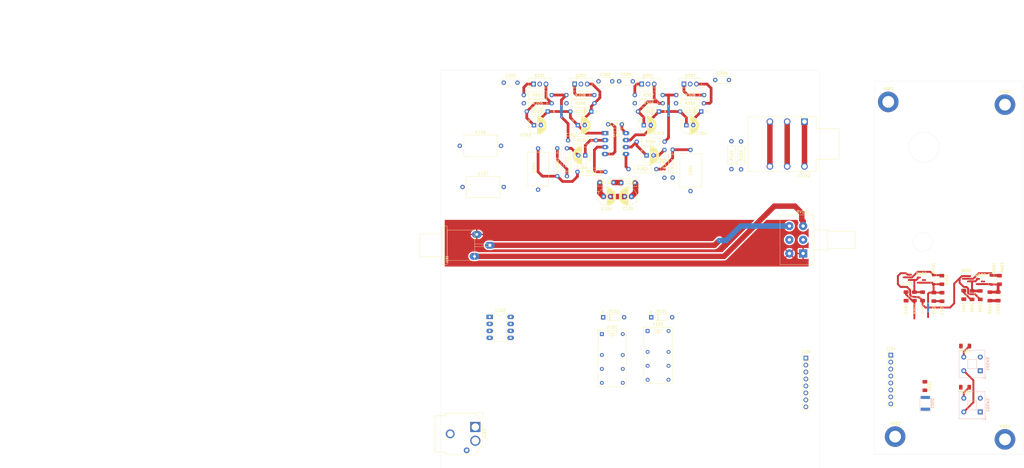
<source format=kicad_pcb>
(kicad_pcb (version 20240108) (generator "pcbnew") (generator_version "8.0")
  (title_block (title "Headphone amplifier") (date "2024-12-25"))
  (layers (0 "F.Cu" signal) (31 "B.Cu" signal) (34 "B.Paste" user) (35 "F.Paste" user) (36 "B.SilkS" user "B.Silkscreen") (37 "F.SilkS" user "F.Silkscreen") (38 "B.Mask" user) (39 "F.Mask" user) (44 "Edge.Cuts" user))
  (net 0 "")
  (net 1 "+15V")
  (net 2 "-15V")
  (net 3 "GND")
  (net 4 "Net-(C106-Pad2)")
  (net 5 "Net-(C201-Pad2)")
  (net 6 "Net-(C202-Pad2)")
  (net 7 "Net-(U101A--)")
  (net 8 "Net-(D201-K)")
  (net 9 "Net-(D201-A)")
  (net 10 "Net-(D202-K)")
  (net 11 "Net-(C107-Pad2)")
  (net 12 "Net-(C301-Pad2)")
  (net 13 "Net-(U101B--)")
  (net 14 "Net-(C302-Pad2)")
  (net 15 "Net-(D301-K)")
  (net 16 "Net-(D301-A)")
  (net 17 "Net-(D302-K)")
  (net 18 "Net-(J101-IN1)")
  (net 19 "Net-(J101-IN2)")
  (net 20 "Net-(Q201-E)")
  (net 21 "Net-(Q202-E)")
  (net 22 "Net-(Q301-E)")
  (net 23 "Net-(Q302-E)")
  (net 24 "Net-(J102-PadT)")
  (net 25 "/Left channel/Out")
  (net 26 "Net-(J102-PadR)")
  (net 27 "/Right channel/Out")
  (net 28 "Net-(U101A-+)")
  (net 29 "Net-(U101B-+)")
  (net 30 "/Left channel")
  (net 31 "/Right channel")
  (net 32 "Net-(D501-A)")
  (net 33 "/Front panel circuit board/Ground")
  (net 35 "Net-(D102-K)")
  (net 37 "/Front panel circuit board/Toggle circuit for muting/SW-bot")
  (net 38 "/Front panel circuit board/+15V")
  (net 39 "/Front panel circuit board/Toggle circuit for muting/SW-top")
  (net 40 "Net-(SW502-A)")
  (net 41 "/Front panel circuit board/Toggle circuit for power/SW-bot")
  (net 42 "Net-(SW501-A)")
  (net 43 "/Front panel circuit board/Mute_cmd")
  (net 44 "/Front panel circuit board/Power_on_cmd")
  (net 45 "/Front panel circuit board/-15V")
  (net 46 "/Front panel circuit board/PE")
  (net 47 "/Front panel circuit board/Toggle circuit for power/SW-top")
  (net 48 "Net-(D101-K)")
  (net 54 "Earth_Protective")
  (net 59 "Net-(Q401-G)")
  (net 60 "Net-(Q601-G)")
  (footprint "Diode_THT:D_DO-35_SOD27_P7.62mm_Horizontal" (layer "F.Cu") (at 134 32.5 180)
    (property "Reference" "D301")
    (property "Value" "1N4148")
  )
  (footprint "Relay_THT:Relay_DPDT_Omron_G5V-2" (layer "F.Cu") (at 113.214 113.63)
    (property "Reference" "K101")
    (property "Value" "G5V-2")
  )
  (footprint "Capacitor_SMD:C_1206_3216Metric_Pad1.33x1.80mm_HandSolder" (layer "F.Cu") (at 257.5 99.8875 -90)
    (property "Reference" "C602")
    (property "Value" "470n")
  )
  (footprint "Resistor_THT:R_Axial_DIN0207_L6.3mm_D2.5mm_P10.16mm_Horizontal" (layer "F.Cu") (at 84.8 29.5)
    (property "Reference" "R205")
    (property "Value" "6k8")
  )
  (footprint "MountingHole:MountingHole_4.3mm_M4_DIN965_Pad_TopBottom" (layer "F.Cu") (at 220 151)
    (property "Reference" "H503")
    (property "Value" "MountingHole_Pad")
  )
  (footprint "RCA:rcj-22 vertical RCA" (layer "F.Cu") (at 66.892 81.25 90)
    (property "Reference" "J101")
    (property "Value" "Conn_Coaxial_x2" (hide yes))
  )
  (footprint "MountingHole:MountingHole_4.3mm_M4_DIN965_Pad_TopBottom" (layer "F.Cu") (at 217.5 29)
    (property "Reference" "H502")
    (property "Value" "MountingHole_Pad")
  )
  (footprint "Potentiometer_THT:Potentiometer_Alps_RK163_Dual_Horizontal" (layer "F.Cu") (at 186.5 84.25 180)
    (property "Reference" "RV101")
    (property "Value" "10k")
  )
  (footprint "Capacitor_THT:C_Axial_L12.0mm_D7.5mm_P15.00mm_Horizontal" (layer "F.Cu") (at 90 61 90)
    (property "Reference" "C201")
    (property "Value" "2u")
  )
  (footprint "Resistor_SMD:R_1206_3216Metric_Pad1.30x1.75mm_HandSolder" (layer "F.Cu") (at 227 99.9 -90)
    (property "Reference" "R402")
    (property "Value" "100k")
  )
  (footprint "Diode_THT:D_DO-35_SOD27_P7.62mm_Horizontal" (layer "F.Cu") (at 131.19 107.5)
    (property "Reference" "D101")
    (property "Value" "D")
  )
  (footprint "Resistor_SMD:R_1206_3216Metric_Pad1.30x1.75mm_HandSolder" (layer "F.Cu") (at 254.5 99.9 -90)
    (property "Reference" "R604")
    (property "Value" "100k")
  )
  (footprint "Resistor_SMD:R_1206_3216Metric_Pad1.30x1.75mm_HandSolder" (layer "F.Cu") (at 248 99.45 -90)
    (property "Reference" "R602")
    (property "Value" "100k")
  )
  (footprint "Diode_THT:D_DO-35_SOD27_P7.62mm_Horizontal" (layer "F.Cu") (at 93.5 32.5 180)
    (property "Reference" "D201")
    (property "Value" "1N4148")
  )
  (footprint "Capacitor_THT:C_Axial_L12.0mm_D7.5mm_P15.00mm_Horizontal" (layer "F.Cu") (at 61.5 45)
    (property "Reference" "C106")
    (property "Value" "2u")
  )
  (footprint "Resistor_SMD:R_1206_3216Metric_Pad1.30x1.75mm_HandSolder" (layer "F.Cu") (at 230 99.9 90)
    (property "Reference" "R401")
    (property "Value" "10k")
  )
  (footprint "Package_TO_SOT_SMD:SOT-23" (layer "F.Cu") (at 229.5625 93.95)
    (property "Reference" "Q402")
    (property "Value" "BS170")
  )
  (footprint "Capacitor_THT:C_Disc_D6.0mm_W2.5mm_P5.00mm" (layer "F.Cu") (at 125.235241 58.5 180)
    (property "Reference" "C103")
    (property "Value" "100n")
  )
  (footprint "Package_TO_SOT_SMD:SOT-23" (layer "F.Cu") (at 246 93.45 180)
    (property "Reference" "Q601")
    (property "Value" "BSS84")
  )
  (footprint "Package_TO_SOT_THT:TO-126-3_Vertical" (layer "F.Cu") (at 88.32 22.5)
    (property "Reference" "Q201")
    (property "Value" "BD139")
  )
  (footprint "Resistor_SMD:R_1206_3216Metric_Pad1.30x1.75mm_HandSolder" (layer "F.Cu") (at 258 93.9 -90)
    (property "Reference" "R603")
    (property "Value" "100k")
  )
  (footprint "Capacitor_THT:C_Disc_D6.0mm_W2.5mm_P5.00mm" (layer "F.Cu") (at 119.5 21.5)
    (property "Reference" "C305")
    (property "Value" "100n")
  )
  (footprint "Resistor_THT:R_Axial_DIN0207_L6.3mm_D2.5mm_P10.16mm_Horizontal" (layer "F.Cu") (at 97 45.92 -90)
    (property "Reference" "R201")
    (property "Value" "22k")
  )
  (footprint "Resistor_THT:R_Axial_DIN0207_L6.3mm_D2.5mm_P10.16mm_Horizontal" (layer "F.Cu") (at 150.38 29.5 180)
    (property "Reference" "R306")
    (property "Value" "6k8")
  )
  (footprint "Resistor_THT:R_Axial_DIN0207_L6.3mm_D2.5mm_P10.16mm_Horizontal" (layer "F.Cu") (at 111.08 43 180)
    (property "Reference" "R204")
    (property "Value" "6k8")
  )
  (footprint "Package_TO_SOT_THT:TO-126-3_Vertical" (layer "F.Cu") (at 127.72 22.5)
    (property "Reference" "Q301")
    (property "Value" "BD139")
  )
  (footprint "Connector_PinHeader_2.54mm:PinHeader_1x08_P2.54mm_Vertical" (layer "F.Cu") (at 187.5 122.38)
    (property "Reference" "J106")
    (property "Value" "Conn_01x08_Pin")
  )
  (footprint "Capacitor_THT:C_Disc_D6.0mm_W2.5mm_P5.00mm" (layer "F.Cu") (at 120.5 37.18 180)
    (property "Reference" "C101")
    (property "Value" "100n")
  )
  (footprint "Package_DIP:DIP-8_W7.62mm_LongPads" (layer "F.Cu") (at 72.38 107.38)
    (property "Reference" "U102")
    (property "Value" "NE5532")
  )
  (footprint "Capacitor_THT:C_Axial_L12.0mm_D7.5mm_P15.00mm_Horizontal" (layer "F.Cu") (at 145.5 61.5 90)
    (property "Reference" "C301")
    (property "Value" "2u")
  )
  (footprint "Resistor_THT:R_Axial_DIN0207_L6.3mm_D2.5mm_P10.16mm_Horizontal" (layer "F.Cu") (at 125.22 29.5)
    (property "Reference" "R305")
    (property "Value" "6k8")
  )
  (footprint "Resistor_SMD:R_1206_3216Metric_Pad1.30x1.75mm_HandSolder" (layer "F.Cu") (at 245.5 118 180)
    (property "Reference" "R503")
    (property "Value" "1k")
  )
  (footprint "Resistor_SMD:R_1206_3216Metric_Pad1.30x1.75mm_HandSolder" (layer "F.Cu") (at 234.09 100.06 -90)
    (property "Reference" "R404")
    (property "Value" "100k")
  )
  (footprint "Capacitor_THT:C_Axial_L12.0mm_D7.5mm_P15.00mm_Horizontal" (layer "F.Cu") (at 62.5 60)
    (property "Reference" "C107")
    (property "Value" "2u")
  )
  (footprint "Resistor_THT:R_Axial_DIN0207_L6.3mm_D2.5mm_P10.16mm_Horizontal" (layer "F.Cu") (at 139 56.58 90)
    (property "Reference" "R301")
    (property "Value" "22k")
  )
  (footprint "Capacitor_THT:CP_Radial_D6.3mm_P2.50mm" (layer "F.Cu") (at 144 37.5)
    (property "Reference" "C304")
    (property "Value" "33u")
  )
  (footprint "MountingHole:MountingHole_4.3mm_M4_DIN965_Pad_TopBottom" (layer "F.Cu") (at 260 30)
    (property "Reference" "H501")
    (property "Value" "MountingHole_Pad")
  )
  (footprint "Resistor_THT:R_Axial_DIN0207_L6.3mm_D2.5mm_P10.16mm_Horizontal" (layer "F.Cu") (at 100.5 56.08 90)
    (property "Reference" "R203")
    (property "Value" "1k")
  )
  (footprint "Resistor_THT:R_Axial_DIN0207_L6.3mm_D2.5mm_P10.16mm_Horizontal" (layer "F.Cu") (at 133.08 53.5 180)
    (property "Reference" "R302")
    (property "Value" "100R")
  )
  (footprint "Package_TO_SOT_SMD:SOT-23" (layer "F.Cu") (at 224.4375 92.95 180)
    (property "Reference" "Q401")
    (property "Value" "BSS84")
  )
  (footprint "Capacitor_THT:CP_Radial_D6.3mm_P2.50mm" (layer "F.Cu") (at 128.5 37.5)
    (property "Reference" "C303")
    (property "Value" "33u")
  )
  (footprint "Capacitor_SMD:C_1206_3216Metric_Pad1.33x1.80mm_HandSolder" (layer "F.Cu") (at 245 99.3375 -90)
    (property "Reference" "C601")
    (property "Value" "470n")
  )
  (footprint "Resistor_THT:R_Axial_DIN0207_L6.3mm_D2.5mm_P10.16mm_Horizontal" (layer "F.Cu") (at 125.22 26.5)
    (property "Reference" "R307")
    (property "Value" "22R")
  )
  (footprint "Resistor_THT:R_Axial_DIN0207_L6.3mm_D2.5mm_P10.16mm_Horizontal" (layer "F.Cu") (at 100.3 26.5)
    (property "Reference" "R208")
    (property "Value" "22R")
  )
  (footprint "Resistor_THT:R_Axial_DIN0207_L6.3mm_D2.5mm_P10.16mm_Horizontal" (layer "F.Cu") (at 84.8 26.5)
    (property "Reference" "R207")
    (property "Value" "22R")
  )
  (footprint "MountingHole:MountingHole_4.3mm_M4_DIN965_Pad_TopBottom" (layer "F.Cu") (at 260 152)
    (property "Reference" "H504")
    (property "Value" "MountingHole_Pad")
  )
  (footprint "Capacitor_THT:CP_Radial_D6.3mm_P2.50mm" (layer "F.Cu") (at 124 63.5 180)
    (property "Reference" "C105")
    (property "Value" "33u")
  )
  (footprint "Resistor_SMD:R_1206_3216Metric_Pad1.30x1.75mm_HandSolder" (layer "F.Cu") (at 230.8275 132.56 -90)
    (property "Reference" "R501")
    (property "Value" "1k")
  )
  (footprint "Capacitor_THT:C_Disc_D6.0mm_W2.5mm_P5.00mm" (layer "F.Cu") (at 154.5 21)
    (property "Reference" "C306")
    (property "Value" "100n")
  )
  (footprint "Diode_THT:D_DO-35_SOD27_P7.62mm_Horizontal" (layer "F.Cu") (at 149.38 32.5 180)
    (property "Reference" "D302")
    (property "Value" "1N4148")
  )
  (footprint "Package_TO_SOT_THT:TO-126-3_Vertical" (layer "F.Cu") (at 103.32 22.5)
    (property "Reference" "Q202")
    (property "Value" "BD140")
  )
  (footprint "Resistor_SMD:R_1206_3216Metric_Pad1.30x1.75mm_HandSolder" (layer "F.Cu") (at 251 99.45 90)
    (property "Reference" "R601")
    (property "Value" "10k")
  )
  (footprint "Capacitor_THT:CP_Radial_D6.3mm_P2.50mm" (layer "F.Cu") (at 107.18238 48.5 180)
    (property "Reference" "C202")
    (property "Value" "33u")
  )
  (footprint "Capacitor_SMD:C_1206_3216Metric_Pad1.33x1.80mm_HandSolder" (layer "F.Cu") (at 224 99.8875 -90)
    (property "Reference" "C401")
    (property "Value" "470n")
  )
  (footprint "Capacitor_THT:C_Disc_D6.0mm_W2.5mm_P5.00mm" (layer "F.Cu") (at 77.5 22)
    (property "Reference" "C205")
    (property "Value" "100n")
  )
  (footprint "JackConnectors:CUI_SJ-63073E" (layer "F.Cu") (at 187 44.35 180)
    (property "Reference" "J102")
    (property "Value" "AudioJack3_Switch")
  )
  (footprint "Connector:CUI_PD-30" (layer "F.Cu") (at 67.15 147.5 -90)
    (property "Reference" "J103")
    (property "Value" "CUI_PD-30")
  )
  (footprint "Capacitor_THT:C_Disc_D6.0mm_W2.5mm_P5.00mm" (layer "F.Cu") (at 112.47438 58.4)
    (property "Reference" "C102")
    (property "Value" "100n")
  )
  (footprint "Resistor_THT:R_Axial_DIN0207_L6.3mm_D2.5mm_P10.16mm_Horizontal" (layer "F.Cu") (at 140.3 26.5)
    (property "Reference" "R308")
    (property "Value" "22R")
  )
  (footprint "Diode_THT:D_DO-35_SOD27_P7.62mm_Horizontal" (layer "F.Cu") (at 113.69 107.5)
    (property "Reference" "D102")
    (property "Value" "D")
  )
  (footprint "Package_TO_SOT_SMD:SOT-23" (layer "F.Cu") (at 251.0625 94.45)
    (property "Reference" "Q602")
    (property "Value" "BS170")
  )
  (footprint "Diode_THT:D_DO-35_SOD27_P7.62mm_Horizontal" (layer "F.Cu") (at 109.38 32.5 180)
    (property "Reference" "D202")
    (property "Value" "1N4148")
  )
  (footprint "Capacitor_THT:C_Disc_D6.0mm_W2.5mm_P5.00mm" (layer "F.Cu") (at 112 21.5)
    (property "Reference" "C206")
    (property "Value" "100n")
  )
  (footprint "Resistor_THT:R_Axial_DIN0207_L6.3mm_D2.5mm_P10.16mm_Horizontal" (layer "F.Cu") (at 136 56.66 90)
    (property "Reference" "R303")
    (property "Value" "1k")
  )
  (footprint "Diode_SMD:D_SOD-123" (layer "F.Cu") (at 255 93.9 -90)
    (property "Reference" "D601")
    (property "Value" "1N4148")
  )
  (footprint "Resistor_THT:R_Axial_DIN0207_L6.3mm_D2.5mm_P10.16mm_Horizontal" (layer "F.Cu") (at 110.5 29.5 180)
    (property "Reference" "R206")
    (property "Value" "6k8")
  )
  (footprint "Capacitor_SMD:C_1206_3216Metric_Pad1.33x1.80mm_HandSolder" (layer "F.Cu") (at 237.05 100.1 -90)
    (property "Reference" "C402")
    (property "Value" "470n")
  )
  (footprint "Capacitor_THT:CP_Radial_D6.3mm_P2.50mm" (layer "F.Cu") (at 104.5 37.5)
    (property "Reference" "C204")
    (property "Value" "33u")
  )
  (footprint "Resistor_THT:R_Axial_DIN0207_L6.3mm_D2.5mm_P10.16mm_Horizontal" (layer "F.Cu") (at 163.9 53.58 90)
    (property "Reference" "R102")
    (property "Value" "120R")
  )
  (footprint "Resistor_THT:R_Axial_DIN0207_L6.3mm_D2.5mm_P10.16mm_Horizontal" (layer "F.Cu") (at 160.4 53.5 90)
    (property "Reference" "R101")
    (property "Value" "120R")
  )
  (footprint "Diode_SMD:D_SOD-123" (layer "F.Cu") (at 234 93.8 -90)
    (property "Reference" "D401")
    (property "Value" "1N4148")
  )
  (footprint "Connector_PinHeader_2.54mm:PinHeader_1x08_P2.54mm_Vertical" (layer "F.Cu") (at 218.4225 121.2975)
    (property "Reference" "J104")
    (property "Value" "Conn_01x08_Pin")
  )
  (footprint "Capacitor_THT:CP_Radial_D6.3mm_P2.50mm" (layer "F.Cu") (at 88.5 37.5)
    (property "Reference" "C203")
    (property "Value" "33u")
  )
  (footprint "Capacitor_THT:CP_Radial_D6.3mm_P2.50mm" (layer "F.Cu") (at 113.817621 63.5)
    (property "Reference" "C104")
    (property "Value" "33u")
  )
  (footprint "Package_DIP:DIP-8_W7.62mm_LongPads" (layer "F.Cu") (at 114.38 40.38)
    (property "Reference" "U101")
    (property "Value" "NE5532")
  )
  (footprint "Resistor_THT:R_Axial_DIN0207_L6.3mm_D2.5mm_P10.16mm_Horizontal" (layer "F.Cu") (at 125.92 43.5)
    (property "Reference" "R304")
    (property "Value" "6k8")
  )
  (footprint "Resistor_THT:R_Axial_DIN0207_L6.3mm_D2.5mm_P10.16mm_Horizontal" (layer "F.Cu") (at 104.34 54.5)
    (property "Reference" "R202")
    (property "Value" "100R")
  )
  (footprint "Relay_THT:Relay_DPDT_Omron_G5V-2" (layer "F.Cu") (at 129.88 112.5)
    (property "Reference" "K102")
    (property "Value" "G5V-2")
  )
  (footprint "Resistor_SMD:R_1206_3216Metric_Pad1.30x1.75mm_HandSolder" (layer "F.Cu") (at 237 93.9 -90)
    (property "Reference" "R403")
    (property "Value" "100k")
  )
  (footprint "Capacitor_THT:CP_Radial_D6.3mm_P2.50mm" (layer "F.Cu") (at 129.5 48.5)
    (property "Reference" "C302")
    (property "Value" "33u")
  )
  (footprint "Resistor_SMD:R_1206_3216Metric_Pad1.30x1.75mm_HandSolder" (layer "F.Cu") (at 245.45 133 180)
    (property "Reference" "R502")
    (property "Value" "1k")
  )
  (footprint "Package_TO_SOT_THT:TO-126-3_Vertical" (layer "F.Cu") (at 143.1 22.5)
    (property "Reference" "Q302")
    (property "Value" "BD140")
  )
  (footprint "Button_Switch_THT:SW_Push_2P1T_Toggle_CK_PVA1xxH1xxxxxxV2" (layer "B.Cu") (at 251 127 90)
    (property "Reference" "SW501")
    (property "Value" "Mute/unmute")
  )
  (footprint "LED_SMD:LED_1812_4532Metric" (layer "B.Cu") (at 231 138.8625 90)
    (property "Reference" "D501")
    (property "Value" "LED")
  )
  (footprint "Button_Switch_THT:SW_Push_2P1T_Toggle_CK_PVA1xxH1xxxxxxV2" (layer "B.Cu") (at 251 142 90)
    (property "Reference" "SW502")
    (property "Value" "On/Off toggle")
  )
  (gr_rect (start 212.5 21.5) (end 266.5 157.5) (stroke (width 0.05)) (fill none) (layer "Edge.Cuts"))
  (gr_circle (center 230.5 45.5) (end 236 45.5) (stroke (width 0.05)) (fill none) (layer "Edge.Cuts"))
  (gr_rect (start 54.5 17.5) (end 192.5 162.5) (stroke (width 0.05)) (fill none) (layer "Edge.Cuts"))
  (gr_circle (center 230 80) (end 233.5 80) (stroke (width 0.05)) (fill none) (layer "Edge.Cuts"))
  (segment (start 112.47438 58.4) (end 112.47438 62.156759) (width 2) (layer "F.Cu") (net 1))
  (segment (start 120.5 37.18) (end 120.5 38.88) (width 1) (layer "F.Cu") (net 1))
  (segment (start 120.5 38.88) (end 122 40.38) (width 1) (layer "F.Cu") (net 1))
  (segment (start 112.47438 62.156759) (end 113.817621 63.5) (width 2) (layer "F.Cu") (net 1))
  (segment (start 118 47.18) (end 117.18 48) (width 1) (layer "F.Cu") (net 2))
  (segment (start 118 38.18) (end 118 47.18) (width 1) (layer "F.Cu") (net 2))
  (segment (start 115.5 37.18) (end 117 37.18) (width 1) (layer "F.Cu") (net 2))
  (segment (start 117.18 48) (end 114.38 48) (width 1) (layer "F.Cu") (net 2))
  (segment (start 117 37.18) (end 118 38.18) (width 1) (layer "F.Cu") (net 2))
  (segment (start 125.5 62) (end 125.5 58.764759) (width 2) (layer "F.Cu") (net 2))
  (segment (start 125.5 58.764759) (end 125.235241 58.5) (width 2) (layer "F.Cu") (net 2))
  (segment (start 124 63.5) (end 125.5 62) (width 2) (layer "F.Cu") (net 2))
  (segment (start 116.317621 63.5) (end 121.5 63.5) (width 2) (layer "F.Cu") (net 3))
  (segment (start 100.5 53.5) (end 100.5 56.08) (width 1) (layer "F.Cu") (net 3))
  (segment (start 120.135241 58.4) (end 120.235241 58.5) (width 2) (layer "F.Cu") (net 3))
  (segment (start 97 45.92) (end 97 50) (width 1) (layer "F.Cu") (net 3))
  (segment (start 97 50) (end 100.5 53.5) (width 1) (layer "F.Cu") (net 3))
  (segment (start 187 36.2) (end 187 52.5) (width 2) (layer "F.Cu") (net 3))
  (segment (start 117.47438 58.4) (end 120.135241 58.4) (width 2) (layer "F.Cu") (net 3))
  (segment (start 104.34 56.16) (end 104.34 54.5) (width 1) (layer "F.Cu") (net 5))
  (segment (start 90 54.5) (end 90 46) (width 1) (layer "F.Cu") (net 5))
  (segment (start 98.92 58) (end 102.5 58) (width 1) (layer "F.Cu") (net 5))
  (segment (start 97 56.08) (end 98.92 58) (width 1) (layer "F.Cu") (net 5))
  (segment (start 97 56.08) (end 91.58 56.08) (width 1) (layer "F.Cu") (net 5))
  (segment (start 102.5 58) (end 104.34 56.16) (width 1) (layer "F.Cu") (net 5))
  (segment (start 91.58 56.08) (end 90 54.5) (width 1) (layer "F.Cu") (net 5))
  (segment (start 102.10238 45.92) (end 104.68238 48.5) (width 1) (layer "F.Cu") (net 6))
  (segment (start 100.5 45.92) (end 102.10238 45.92) (width 1) (layer "F.Cu") (net 6))
  (segment (start 109 43) (end 111.08 43) (width 1) (layer "F.Cu") (net 7))
  (segment (start 107.18238 44.81762) (end 109 43) (width 1) (layer "F.Cu") (net 7))
  (segment (start 114.3 43) (end 114.38 42.92) (width 1) (layer "F.Cu") (net 7))
  (segment (start 107.18238 48.5) (end 107.18238 44.81762) (width 1) (layer "F.Cu") (net 7))
  (segment (start 111.08 43) (end 114.3 43) (width 1) (layer "F.Cu") (net 7))
  (segment (start 91 35) (end 93.5 32.5) (width 1) (layer "F.Cu") (net 8))
  (segment (start 101.76 32.5) (end 101.76 34.76) (width 1) (layer "F.Cu") (net 8))
  (segment (start 107.38 40.38) (end 104.5 37.5) (width 1) (layer "F.Cu") (net 8))
  (segment (start 91 37.5) (end 91 35) (width 1) (layer "F.Cu") (net 8))
  (segment (start 93.5 32.5) (end 101.76 32.5) (width 1) (layer "F.Cu") (net 8))
  (segment (start 114.38 40.38) (end 107.38 40.38) (width 1) (layer "F.Cu") (net 8))
  (segment (start 101.76 34.76) (end 104.5 37.5) (width 1) (layer "F.Cu") (net 8))
  (segment (start 92.88 22.5) (end 92.88 27.42) (width 1) (layer "F.Cu") (net 9))
  (segment (start 85.88 34.88) (end 88.5 37.5) (width 1) (layer "F.Cu") (net 9))
  (segment (start 94.96 29.5) (end 88.88 29.5) (width 1) (layer "F.Cu") (net 9))
  (segment (start 88.88 29.5) (end 85.88 32.5) (width 1) (layer "F.Cu") (net 9))
  (segment (start 92.88 27.42) (end 94.96 29.5) (width 1) (layer "F.Cu") (net 9))
  (segment (start 85.88 32.5) (end 85.88 34.88) (width 1) (layer "F.Cu") (net 9))
  (segment (start 109.38 30.62) (end 110.5 29.5) (width 1) (layer "F.Cu") (net 10))
  (segment (start 109.38 32.5) (end 109.38 30.62) (width 1) (layer "F.Cu") (net 10))
  (segment (start 109.735 22.5) (end 112.5 25.265) (width 1) (layer "F.Cu") (net 10))
  (segment (start 112.5 27.5) (end 110.5 29.5) (width 1) (layer "F.Cu") (net 10))
  (segment (start 107 37.5) (end 107 34.88) (width 1) (layer "F.Cu") (net 10))
  (segment (start 107.88 22.5) (end 109.735 22.5) (width 1) (layer "F.Cu") (net 10))
  (segment (start 112.5 25.265) (end 112.5 27.5) (width 1) (layer "F.Cu") (net 10))
  (segment (start 107 34.88) (end 109.38 32.5) (width 1) (layer "F.Cu") (net 10))
  (segment (start 133.08 53.5) (end 135 53.5) (width 1) (layer "F.Cu") (net 12))
  (segment (start 135 53.5) (end 135.5 53) (width 1) (layer "F.Cu") (net 12))
  (segment (start 135.5 53) (end 139 49.5) (width 1) (layer "F.Cu") (net 12))
  (segment (start 136 53.5) (end 135.5 53) (width 1) (layer "F.Cu") (net 12))
  (segment (start 145.42 46.42) (end 145.5 46.5) (width 1) (layer "F.Cu") (net 12))
  (segment (start 139 46.42) (end 145.42 46.42) (width 1) (layer "F.Cu") (net 12))
  (segment (start 139 49.5) (end 139 46.42) (width 1) (layer "F.Cu") (net 12))
  (segment (start 123.96 45.46) (end 125.92 43.5) (width 1) (layer "F.Cu") (net 13))
  (segment (start 122 45.46) (end 123.96 45.46) (width 1) (layer "F.Cu") (net 13))
  (segment (start 125.92 44.92) (end 129.5 48.5) (width 1) (layer "F.Cu") (net 13))
  (segment (start 125.92 43.5) (end 125.92 44.92) (width 1) (layer "F.Cu") (net 13))
  (segment (start 134 48.5) (end 136 46.5) (width 1) (layer "F.Cu") (net 14))
  (segment (start 132 48.5) (end 134 48.5) (width 1) (layer "F.Cu") (net 14))
  (segment (start 144 37.5) (end 144 34.74) (width 1) (layer "F.Cu") (net 15))
  (segment (start 131 37.5) (end 131 35.5) (width 1) (layer "F.Cu") (net 15))
  (segment (start 131 35.5) (end 134 32.5) (width 1) (layer "F.Cu") (net 15))
  (segment (start 122 42.92) (end 123.58 42.92) (width 1) (layer "F.Cu") (net 15))
  (segment (start 131 38.63137) (end 131 37.5) (width 1) (layer "F.Cu") (net 15))
  (segment (start 128.63137 41) (end 131 38.63137) (width 1) (layer "F.Cu") (net 15))
  (segment (start 134 32.5) (end 141.76 32.5) (width 1) (layer "F.Cu") (net 15))
  (segment (start 144 34.74) (end 141.76 32.5) (width 1) (layer "F.Cu") (net 15))
  (segment (start 123.58 42.92) (end 125.5 41) (width 1) (layer "F.Cu") (net 15))
  (segment (start 125.5 41) (end 128.63137 41) (width 1) (layer "F.Cu") (net 15))
  (segment (start 128.5 37.5) (end 128.5 34.62) (width 1) (layer "F.Cu") (net 16))
  (segment (start 134 29.5) (end 135.38 29.5) (width 1) (layer "F.Cu") (net 16))
  (segment (start 132.28 22.5) (end 132.28 27.78) (width 1) (layer "F.Cu") (net 16))
  (segment (start 133 29) (end 133.25 28.75) (width 1) (layer "F.Cu") (net 16))
  (segment (start 129.88 29) (end 133 29) (width 1) (layer "F.Cu") (net 16))
  (segment (start 133.25 28.75) (end 134 29.5) (width 1) (layer "F.Cu") (net 16))
  (segment (start 132.28 27.78) (end 133.25 28.75) (width 1) (layer "F.Cu") (net 16))
  (segment (start 126.38 32.5) (end 129.88 29) (width 1) (layer "F.Cu") (net 16))
  (segment (start 128.5 34.62) (end 126.38 32.5) (width 1) (layer "F.Cu") (net 16))
  (segment (start 147.66 22.5) (end 151.5 22.5) (width 1) (layer "F.Cu") (net 17))
  (segment (start 146.5 37.5) (end 146.5 35.38) (width 1) (layer "F.Cu") (net 17))
  (segment (start 153 29) (end 152.5 29.5) (width 1) (layer "F.Cu") (net 17))
  (segment (start 152.5 29.5) (end 150.38 29.5) (width 1) (layer "F.Cu") (net 17))
  (segment (start 151.5 22.5) (end 153 24) (width 1) (layer "F.Cu") (net 17))
  (segment (start 146.5 35.38) (end 149.38 32.5) (width 1) (layer "F.Cu") (net 17))
  (segment (start 153 24) (end 153 29) (width 1) (layer "F.Cu") (net 17))
  (segment (start 154.25 81.25) (end 156 79.5) (width 2) (layer "F.Cu") (net 18))
  (segment (start 72.418 81.25) (end 154.25 81.25) (width 2) (layer "F.Cu") (net 18))
  (via (at 156 79.5) (size 0.6) (drill 0.3) (layers "F.Cu" "B.Cu") (net 18))
  (segment (start 163.75 74.25) (end 181.5 74.25) (width 2) (layer "B.Cu") (net 18))
  (segment (start 158.5 79.5) (end 163.75 74.25) (width 2) (layer "B.Cu") (net 18))
  (segment (start 156 79.5) (end 158.5 79.5) (width 2) (layer "B.Cu") (net 18))
  (segment (start 186 69.5) (end 186 72) (width 2) (layer "F.Cu") (net 19))
  (segment (start 186 72) (end 186.5 72.5) (width 2) (layer "F.Cu") (net 19))
  (segment (start 186.5 72.5) (end 186.5 74.25) (width 2) (layer "F.Cu") (net 19))
  (segment (start 176 67) (end 183.5 67) (width 2) (layer "F.Cu") (net 19))
  (segment (start 183.5 67) (end 186 69.5) (width 2) (layer "F.Cu") (net 19))
  (segment (start 66.83 85.3) (end 157.7 85.3) (width 2) (layer "F.Cu") (net 19))
  (segment (start 157.7 85.3) (end 176 67) (width 2) (layer "F.Cu") (net 19))
  (segment (start 86 22.5) (end 84.8 23.7) (width 1) (layer "F.Cu") (net 20))
  (segment (start 84.8 23.7) (end 84.8 26.5) (width 1) (layer "F.Cu") (net 20))
  (segment (start 88.32 22.5) (end 86 22.5) (width 1) (layer "F.Cu") (net 20))
  (segment (start 103.32 25.82) (end 104 26.5) (width 1) (layer "F.Cu") (net 21))
  (segment (start 103.32 25.82) (end 103.32 22.5) (width 1) (layer "F.Cu") (net 21))
  (segment (start 104 26.5) (end 110.46 26.5) (width 1) (layer "F.Cu") (net 21))
  (segment (start 125.22 23.28) (end 125.22 26.5) (width 1) (layer "F.Cu") (net 22))
  (segment (start 127.72 22.5) (end 126 22.5) (width 1) (layer "F.Cu") (net 22))
  (segment (start 126 22.5) (end 125.22 23.28) (width 1) (layer "F.Cu") (net 22))
  (segment (start 143.1 25.1) (end 144.5 26.5) (width 1) (layer "F.Cu") (net 23))
  (segment (start 144.5 26.5) (end 150.46 26.5) (width 1) (layer "F.Cu") (net 23))
  (segment (start 143.1 22.5) (end 143.1 25.1) (width 1) (layer "F.Cu") (net 23))
  (segment (start 174.4 36.2) (end 174.4 52.5) (width 2) (layer "F.Cu") (net 24))
  (segment (start 94.96 26.5) (end 100.3 26.5) (width 1) (layer "F.Cu") (net 25))
  (segment (start 100.92 43) (end 100.92 36.92) (width 1) (layer "F.Cu") (net 25))
  (segment (start 100.92 36.92) (end 98.5 34.5) (width 1) (layer "F.Cu") (net 25))
  (segment (start 98.5 30.5) (end 98.5 28.3) (width 1) (layer "F.Cu") (net 25))
  (segment (start 98.5 28.3) (end 100.3 26.5) (width 1) (layer "F.Cu") (net 25))
  (via (at 98.5 34.5) (size 0.6) (drill 0.3) (layers "F.Cu" "B.Cu") (net 25))
  (via (at 98.5 30.5) (size 0.6) (drill 0.3) (layers "F.Cu" "B.Cu") (net 25))
  (segment (start 98.5 34.5) (end 98.5 30.5) (width 1) (layer "B.Cu") (net 25))
  (segment (start 180.7 36.2) (end 180.7 52.5) (width 2) (layer "F.Cu") (net 26))
  (segment (start 137.5 42.08) (end 137.5 41.5) (width 1) (layer "F.Cu") (net 27))
  (segment (start 135.38 26.5) (end 137.5 26.5) (width 1) (layer "F.Cu") (net 27))
  (segment (start 136.08 43.5) (end 137.5 42.08) (width 1) (layer "F.Cu") (net 27))
  (segment (start 137.5 26.5) (end 140.3 26.5) (width 1) (layer "F.Cu") (net 27))
  (segment (start 137.5 41.5) (end 137.5 34) (width 1) (layer "F.Cu") (net 27))
  (segment (start 137.5 30.5) (end 137.5 26.5) (width 1) (layer "F.Cu") (net 27))
  (via (at 137.5 30.5) (size 0.6) (drill 0.3) (layers "F.Cu" "B.Cu") (net 27))
  (via (at 137.5 34) (size 0.6) (drill 0.3) (layers "F.Cu" "B.Cu") (net 27))
  (segment (start 137.5 34) (end 137.5 30.5) (width 1) (layer "B.Cu") (net 27))
  (segment (start 111 54.5) (end 114.5 54.5) (width 1) (layer "F.Cu") (net 28))
  (segment (start 111.54 45.46) (end 110.5 46.5) (width 1) (layer "F.Cu") (net 28))
  (segment (start 110.5 54) (end 111 54.5) (width 1) (layer "F.Cu") (net 28))
  (segment (start 110.5 46.5) (end 110.5 54) (width 1) (layer "F.Cu") (net 28))
  (segment (start 114.38 45.46) (end 111.54 45.46) (width 1) (layer "F.Cu") (net 28))
  (segment (start 122 48) (end 122 52.58) (width 1) (layer "F.Cu") (net 29))
  (segment (start 122 52.58) (end 122.92 53.5) (width 1) (layer "F.Cu") (net 29))
  (segment (start 245 127) (end 248.5 130.5) (width 0.7) (layer "F.Cu") (net 33))
  (segment (start 236.9975 101.61) (end 237.05 101.6625) (width 0.7) (layer "F.Cu") (net 33))
  (segment (start 234.09 101.61) (end 236.9975 101.61) (width 0.7) (layer "F.Cu") (net 33))
  (segment (start 248.5 130.5) (end 248.5 138.5) (width 0.7) (layer "F.Cu") (net 33))
  (segment (start 257.5 101.45) (end 254.5 101.45) (width 1) (layer "F.Cu") (net 33))
  (segment (start 248.5 138.5) (end 245 142) (width 0.7) (layer "F.Cu") (net 33))
  (segment (start 227 101.45) (end 227 107.95) (width 0.7) (layer "F.Cu") (net 37))
  (segment (start 226.227208 101.45) (end 227 101.45) (width 0.7) (layer "F.Cu") (net 37))
  (segment (start 224 98.325) (end 224 99.222792) (width 0.7) (layer "F.Cu") (net 37))
  (segment (start 224 99.222792) (end 226.227208 101.45) (width 0.7) (layer "F.Cu") (net 37))
  (segment (start 246.575 98.638298) (end 246.575 97.025) (width 0.7) (layer "F.Cu") (net 38))
  (segment (start 225.45 97.574202) (end 224.325798 96.45) (width 0.7) (layer "F.Cu") (net 38))
  (segment (start 246.575 97.025) (end 246 96.45) (width 0.7) (layer "F.Cu") (net 38))
  (segment (start 244.280894 92.5) (end 243.5 93.280894) (width 0.7) (layer "F.Cu") (net 38))
  (segment (start 224 91.45) (end 224.55 92) (width 0.7) (layer "F.Cu") (net 38))
  (segment (start 230 101.45) (end 228.8 100.25) (width 0.7) (layer "F.Cu") (net 38))
  (segment (start 240 103.95) (end 241.5 102.45) (width 0.7) (layer "F.Cu") (net 38))
  (segment (start 230 102.95) (end 231 103.95) (width 0.7) (layer "F.Cu") (net 38))
  (segment (start 241.5 95.280894) (end 243.5 93.280894) (width 0.7) (layer "F.Cu") (net 38))
  (segment (start 247.036702 99.1) (end 246.575 98.638298) (width 0.7) (layer "F.Cu") (net 38))
  (segment (start 226 99.95) (end 225.5 99.45) (width 0.7) (layer "F.Cu") (net 38))
  (segment (start 249.1 99.1) (end 247.036702 99.1) (width 0.7) (layer "F.Cu") (net 38))
  (segment (start 241.5 102.45) (end 241.5 95.280894) (width 0.7) (layer "F.Cu") (net 38))
  (segment (start 225.5 99.45) (end 225.45 97.574202) (width 0.7) (layer "F.Cu") (net 38))
  (segment (start 224.325798 96.45) (end 222 96.45) (width 0.7) (layer "F.Cu") (net 38))
  (segment (start 243.5 94.95) (end 243.5 93.280894) (width 0.7) (layer "F.Cu") (net 38))
  (segment (start 222 91.45) (end 224 91.45) (width 0.7) (layer "F.Cu") (net 38))
  (segment (start 222 96.45) (end 221 95.45) (width 0.7) (layer "F.Cu") (net 38))
  (segment (start 251 101) (end 249.1 99.1) (width 0.7) (layer "F.Cu") (net 38))
  (segment (start 246.9375 92.5) (end 244.280894 92.5) (width 0.7) (layer "F.Cu") (net 38))
  (segment (start 230 101.45) (end 230 102.95) (width 0.7) (layer "F.Cu") (net 38))
  (segment (start 228.8 100.25) (end 226 99.95) (width 0.7) (layer "F.Cu") (net 38))
  (segment (start 224.55 92) (end 225.375 92) (width 0.7) (layer "F.Cu") (net 38))
  (segment (start 221 95.45) (end 221 92.45) (width 0.7) (layer "F.Cu") (net 38))
  (segment (start 231 103.95) (end 240 103.95) (width 0.7) (layer "F.Cu") (net 38))
  (segment (start 246 96.45) (end 245 96.45) (width 0.7) (layer "F.Cu") (net 38))
  (segment (start 221 92.45) (end 222 91.45) (width 0.7) (layer "F.Cu") (net 38))
  (segment (start 245 96.45) (end 243.5 94.95) (width 0.7) (layer "F.Cu") (net 38))
  (segment (start 234 95.45) (end 234 98.42) (width 0.7) (layer "F.Cu") (net 39))
  (segment (start 234.09 98.51) (end 237.0225 98.51) (width 0.7) (layer "F.Cu") (net 39))
  (segment (start 228.625 94.9) (end 233.45 94.9) (width 0.7) (layer "F.Cu") (net 39))
  (segment (start 234 95.45) (end 237 95.45) (width 0.7) (layer "F.Cu") (net 39))
  (segment (start 233.45 94.9) (end 234 95.45) (width 0.7) (layer "F.Cu") (net 39))
  (segment (start 234 98.42) (end 234.09 98.51) (width 0.7) (layer "F.Cu") (net 39))
  (segment (start 232 98.95) (end 232 102.45) (width 0.7) (layer "F.Cu") (net 39))
  (segment (start 234.09 98.51) (end 232.44 98.51) (width 0.7) (layer "F.Cu") (net 39))
  (segment (start 237.0225 98.51) (end 237.05 98.5375) (width 0.7) (layer "F.Cu") (net 39))
  (segment (start 232.44 98.51) (end 232 98.95) (width 0.7) (layer "F.Cu") (net 39))
  (segment (start 232 105.45) (end 232 107.45) (width 0.7) (layer "F.Cu") (net 39))
  (via (at 232 102.45) (size 0.6) (drill 0.3) (layers "F.Cu" "B.Cu") (net 39))
  (via (at 232 105.45) (size 0.6) (drill 0.3) (layers "F.Cu" "B.Cu") (net 39))
  (segment (start 232 102.45) (end 232 105.45) (width 0.7) (layer "B.Cu") (net 39))
  (segment (start 245 135) (end 247 133) (width 0.7) (layer "F.Cu") (net 40))
  (segment (start 245 137) (end 245 135) (width 0.7) (layer "F.Cu") (net 40))
  (segment (start 248 101) (end 247.55 101) (width 0.7) (layer "F.Cu") (net 41))
  (segment (start 247.55 101) (end 245 98.45) (width 0.7) (layer "F.Cu") (net 41))
  (segment (start 245 98.45) (end 245 97.775) (width 0.7) (layer "F.Cu") (net 41))
  (segment (start 245 120.05) (end 247.05 118) (width 0.7) (layer "F.Cu") (net 42))
  (segment (start 245 122) (end 245 120.05) (width 0.7) (layer "F.Cu") (net 42))
  (segment (start 226.156606 92.95) (end 228.156606 90.95) (width 0.7) (layer "F.Cu") (net 43))
  (segment (start 228.156606 90.95) (end 232.8 90.95) (width 0.7) (layer "F.Cu") (net 43))
  (segment (start 236.8 92.15) (end 237 92.35) (width 0.7) (layer "F.Cu") (net 43))
  (segment (start 234 92.15) (end 236.8 92.15) (width 0.7) (layer "F.Cu") (net 43))
  (segment (start 223.5 92.95) (end 226.156606 92.95) (width 0.7) (layer "F.Cu") (net 43))
  (segment (start 232.8 90.95) (end 234 92.15) (width 0.7) (layer "F.Cu") (net 43))
  (segment (start 255 92.25) (end 257.9 92.25) (width 1) (layer "F.Cu") (net 44))
  (segment (start 245.0625 93.45) (end 248.443394 93.45) (width 0.7) (layer "F.Cu") (net 44))
  (segment (start 250.443394 91.45) (end 255 91.45) (width 0.7) (layer "F.Cu") (net 44))
  (segment (start 257.9 92.25) (end 258 92.35) (width 1) (layer "F.Cu") (net 44))
  (segment (start 255 91.45) (end 255 92.25) (width 0.7) (layer "F.Cu") (net 44))
  (segment (start 248.443394 93.45) (end 250.443394 91.45) (width 0.7) (layer "F.Cu") (net 44))
  (segment (start 254.525 98.325) (end 254.5 98.35) (width 1) (layer "F.Cu") (net 47))
  (segment (start 257.5 95.95) (end 258 95.45) (width 1) (layer "F.Cu") (net 47))
  (segment (start 257.5 98.325) (end 257.5 95.95) (width 1) (layer "F.Cu") (net 47))
  (segment (start 257.9 95.55) (end 258 95.45) (width 0.7) (layer "F.Cu") (net 47))
  (segment (start 254.85 95.4) (end 255 95.55) (width 0.7) (layer "F.Cu") (net 47))
  (segment (start 257.5 98.325) (end 254.525 98.325) (width 1) (layer "F.Cu") (net 47))
  (segment (start 250.125 95.4) (end 254.85 95.4) (width 0.7) (layer "F.Cu") (net 47))
  (segment (start 255 95.55) (end 257.9 95.55) (width 0.7) (layer "F.Cu") (net 47))
  (segment (start 227 93.9) (end 227.725 93.9) (width 0.7) (layer "F.Cu") (net 59))
  (segment (start 227 98.35) (end 230 98.35) (width 0.7) (layer "F.Cu") (net 59))
  (segment (start 227 98.35) (end 227 98.45) (width 0.7) (layer "F.Cu") (net 59))
  (segment (start 227 98.35) (end 227 93.9) (width 0.7) (layer "F.Cu") (net 59))
  (segment (start 227.725 93.9) (end 228.625 93) (width 0.7) (layer "F.Cu") (net 59))
  (segment (start 225.375 93.9) (end 227 93.9) (width 0.7) (layer "F.Cu") (net 59))
  (segment (start 248 97.9) (end 248 94.4) (width 0.7) (layer "F.Cu") (net 60))
  (segment (start 246.9375 94.4) (end 248 94.4) (width 0.7) (layer "F.Cu") (net 60))
  (segment (start 248 94.4) (end 249.225 94.4) (width 0.7) (layer "F.Cu") (net 60))
  (segment (start 251 97.9) (end 248 97.9) (width 1) (layer "F.Cu") (net 60))
  (segment (start 249.225 94.4) (end 250.125 93.5) (width 0.7) (layer "F.Cu") (net 60))
  (zone (net 3) (net_name "GND") (layer "F.Cu") (connect_pads (clearance 0.5)) (min_thickness 0.25) (fill yes (thermal_gap 0.5) (thermal_bridge_width 0.5))
    (polygon (pts (xy 56 72) (xy 188.5 72) (xy 188.5 89.5) (xy 56 89.5)))
  )
)
</source>
